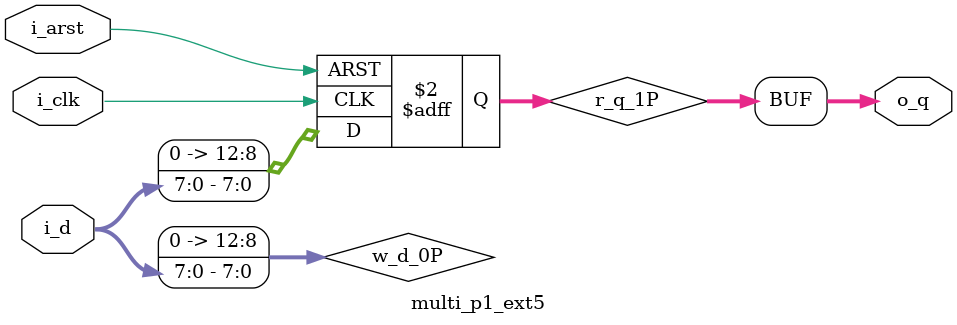
<source format=v>

module multi_p1_ext5
#(
	parameter	D_WIDTH	= 8
)
(
	input	i_arst,
	input	i_clk,
	
	input	[D_WIDTH-1:0]i_d,
	output	[D_WIDTH+5-1:0]o_q
);

reg		[D_WIDTH+5-1:0]r_q_1P;

wire	[D_WIDTH+5-1:0]w_d_0P;

assign	w_d_0P	= {5'b0000, i_d};

always@(posedge i_arst or posedge i_clk)
begin
	if (i_arst)
		r_q_1P	<= {D_WIDTH+5{1'b0}};
	else
		r_q_1P	<= w_d_0P;
end

assign	o_q	= r_q_1P;

endmodule

</source>
